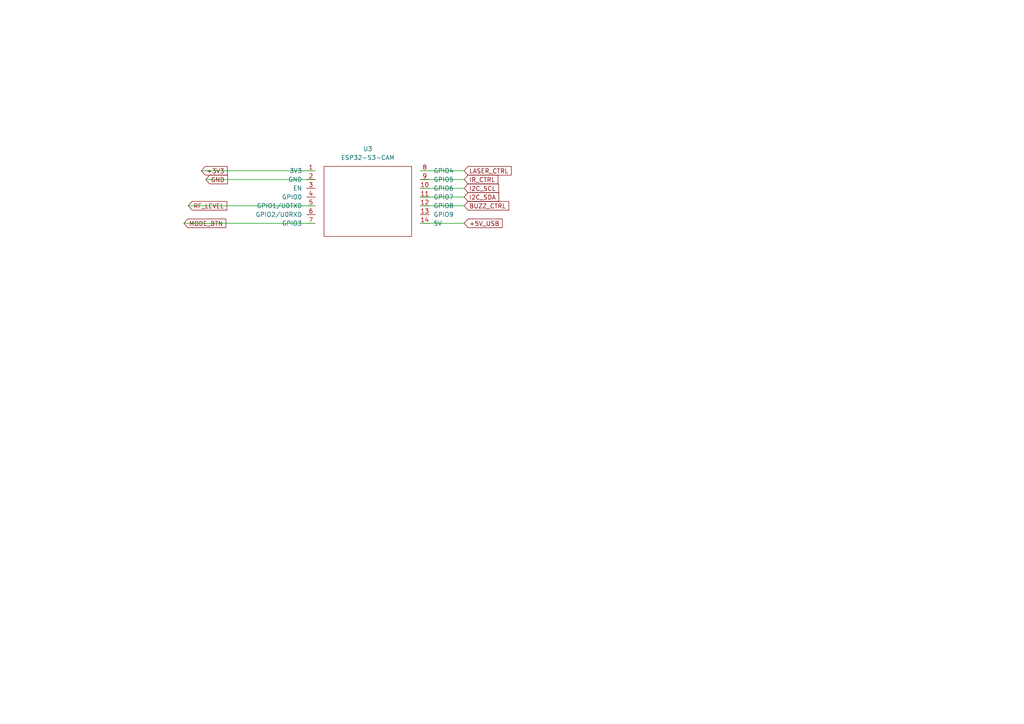
<source format=kicad_sch>
(kicad_sch (version 20250114) (generator "eeschema") (generator_version "9.0")
  (paper "A4")
  (lib_symbols
    (symbol "ESP32_S3_CAM_local:ESP32_S3_CAM" (pin_names (offset 1.27))
      (property "Reference" "U" (at 0 12.7 0))
      (property "Value" "ESP32-S3-CAM" (at 0 -12.7 0))
      (symbol "ESP32_S3_CAM_0_1"
        (rectangle (start -12.7 10.16) (end 12.7 -10.16) (stroke (width 0.15)))
        (pin input line (at -15.24 8.89 180) (length 2.54) (name "3V3") (number "1"))
        (pin input line (at -15.24 6.35 180) (length 2.54) (name "GND") (number "2"))
        (pin input line (at -15.24 3.81 180) (length 2.54) (name "EN") (number "3"))
        (pin input line (at -15.24 1.27 180) (length 2.54) (name "GPIO0") (number "4"))
        (pin input line (at -15.24 -1.27 180) (length 2.54) (name "GPIO1/U0TXD") (number "5"))
        (pin input line (at -15.24 -3.81 180) (length 2.54) (name "GPIO2/U0RXD") (number "6"))
        (pin input line (at -15.24 -6.35 180) (length 2.54) (name "GPIO3") (number "7"))
        (pin input line (at 15.24 8.89 0) (length 2.54) (name "GPIO4") (number "8"))
        (pin input line (at 15.24 6.35 0) (length 2.54) (name "GPIO5") (number "9"))
        (pin input line (at 15.24 3.81 0) (length 2.54) (name "GPIO6") (number "10"))
        (pin input line (at 15.24 1.27 0) (length 2.54) (name "GPIO7") (number "11"))
        (pin input line (at 15.24 -1.27 0) (length 2.54) (name "GPIO8") (number "12"))
        (pin input line (at 15.24 -3.81 0) (length 2.54) (name "GPIO9") (number "13"))
        (pin input line (at 15.24 -6.35 0) (length 2.54) (name "5V") (number "14"))
      )
    )
  )
  (wire (pts (xy 121.92 49.53) (xy 134.62 49.53)))
  (wire (pts (xy 54.61 59.69) (xy 91.44 59.69)))
  (wire (pts (xy 121.92 52.07) (xy 134.62 52.07)))
  (wire (pts (xy 53.34 64.77) (xy 91.44 64.77)))
  (wire (pts (xy 58.42 49.53) (xy 91.44 49.53)))
  (wire (pts (xy 121.92 64.77) (xy 134.62 64.77)))
  (wire (pts (xy 121.92 54.61) (xy 134.62 54.61)))
  (wire (pts (xy 59.69 52.07) (xy 91.44 52.07)))
  (wire (pts (xy 121.92 59.69) (xy 134.62 59.69)))
  (wire (pts (xy 121.92 57.15) (xy 134.62 57.15)))
  (global_label "I2C_SDA" (shape input) (at 134.62 57.15 0) (property "Intersheetrefs" "${INTERSHEET_REFS}" (effects (hide yes))))
  (global_label "I2C_SCL" (shape input) (at 134.62 54.61 0) (property "Intersheetrefs" "${INTERSHEET_REFS}" (effects (hide yes))))
  (global_label "GND" (shape input) (at 59.69 52.07 0) (property "Intersheetrefs" "${INTERSHEET_REFS}" (effects (hide yes))))
  (global_label "BUZZ_CTRL" (shape input) (at 134.62 59.69 0) (property "Intersheetrefs" "${INTERSHEET_REFS}" (effects (hide yes))))
  (global_label "MODE_BTN" (shape input) (at 53.34 64.77 0) (property "Intersheetrefs" "${INTERSHEET_REFS}" (effects (hide yes))))
  (global_label "LASER_CTRL" (shape input) (at 134.62 49.53 0) (property "Intersheetrefs" "${INTERSHEET_REFS}" (effects (hide yes))))
  (global_label "RF_LEVEL" (shape input) (at 54.61 59.69 0) (property "Intersheetrefs" "${INTERSHEET_REFS}" (effects (hide yes))))
  (global_label "IR_CTRL" (shape input) (at 134.62 52.07 0) (property "Intersheetrefs" "${INTERSHEET_REFS}" (effects (hide yes))))
  (global_label "+3V3" (shape input) (at 58.42 49.53 0) (property "Intersheetrefs" "${INTERSHEET_REFS}" (effects (hide yes))))
  (global_label "+5V_USB" (shape input) (at 134.62 64.77 0) (property "Intersheetrefs" "${INTERSHEET_REFS}" (effects (hide yes))))
  (symbol (lib_id "ESP32_S3_CAM_local:ESP32_S3_CAM") (at 106.68 58.42 0) (unit 1)
    (property "Reference" "U3" (at 106.68 43.18 0))
    (property "Value" "ESP32-S3-CAM" (at 106.68 45.72 0))
  )
)
</source>
